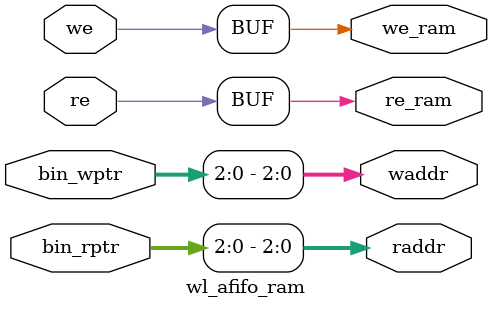
<source format=v>

module wl_afifo_ram
        (
         we_ram      ,
         re_ram      ,
         waddr       ,
         raddr       ,
         we          ,
         re          ,
         bin_wptr    ,
         bin_rptr
         );

parameter L=3;                     //

output           we_ram;           // ram control signal,write enable
output           re_ram;           // ram control signal,read enable
output [L-1:0]   waddr;            // ram control signal,write addr
output [L-1:0]   raddr;            // ram control signal,read addr

input            we;               // write enable,from fifo
input            re;               // read enable,from fifo
input [L:0]      bin_wptr;         // binary wptr  
input [L:0]      bin_rptr;         // binary rptr 

assign  we_ram = we ;
assign  re_ram = re ;

assign  waddr=bin_wptr[L-1:0];
assign  raddr=bin_rptr[L-1:0];  

endmodule      
</source>
